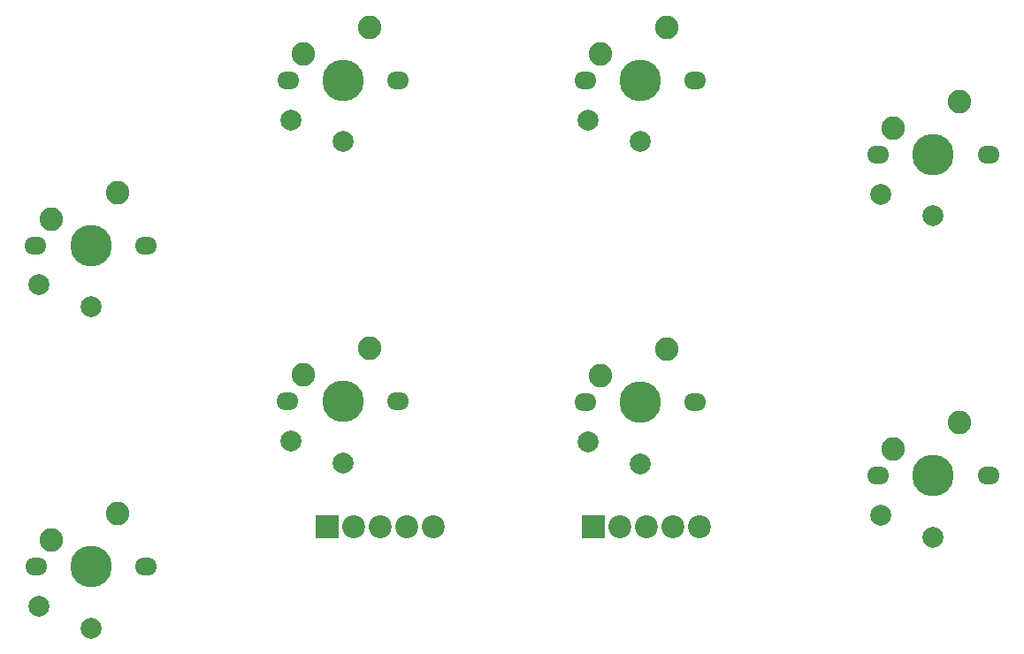
<source format=gts>
G04 #@! TF.GenerationSoftware,KiCad,Pcbnew,6.0.2+dfsg-1*
G04 #@! TF.CreationDate,2022-07-22T15:02:52-04:00*
G04 #@! TF.ProjectId,buttonplate,62757474-6f6e-4706-9c61-74652e6b6963,rev?*
G04 #@! TF.SameCoordinates,Original*
G04 #@! TF.FileFunction,Soldermask,Top*
G04 #@! TF.FilePolarity,Negative*
%FSLAX46Y46*%
G04 Gerber Fmt 4.6, Leading zero omitted, Abs format (unit mm)*
G04 Created by KiCad (PCBNEW 6.0.2+dfsg-1) date 2022-07-22 15:02:52*
%MOMM*%
%LPD*%
G01*
G04 APERTURE LIST*
%ADD10R,2.200000X2.200000*%
%ADD11C,2.200000*%
%ADD12O,2.145000X1.700000*%
%ADD13C,3.987800*%
%ADD14C,2.000000*%
%ADD15C,2.250000*%
G04 APERTURE END LIST*
D10*
G04 #@! TO.C,PT1*
X62484000Y-161163000D03*
D11*
X65024000Y-161163000D03*
X67564000Y-161163000D03*
X70104000Y-161163000D03*
X72644000Y-161163000D03*
G04 #@! TD*
D12*
G04 #@! TO.C,K4*
X45161200Y-164947600D03*
X34594800Y-164947600D03*
D13*
X39878000Y-164947600D03*
D14*
X39878000Y-170847600D03*
D15*
X42418000Y-159867600D03*
X36068000Y-162407600D03*
D14*
X34878000Y-168747600D03*
G04 #@! TD*
D12*
G04 #@! TO.C,P3*
X69291200Y-118364000D03*
X58724800Y-118364000D03*
D13*
X64008000Y-118364000D03*
D14*
X64008000Y-124264000D03*
D15*
X66548000Y-113284000D03*
X60198000Y-115824000D03*
D14*
X59008000Y-122164000D03*
G04 #@! TD*
D12*
G04 #@! TO.C,K1*
X125780800Y-156260800D03*
X115214400Y-156260800D03*
D13*
X120497600Y-156260800D03*
D14*
X120497600Y-162160800D03*
D15*
X123037600Y-151180800D03*
X116687600Y-153720800D03*
D14*
X115497600Y-160060800D03*
G04 #@! TD*
D12*
G04 #@! TO.C,K3*
X69265800Y-149148800D03*
X58699400Y-149148800D03*
D13*
X63982600Y-149148800D03*
D14*
X63982600Y-155048800D03*
D15*
X66522600Y-144068800D03*
X60172600Y-146608800D03*
D14*
X58982600Y-152948800D03*
G04 #@! TD*
D12*
G04 #@! TO.C,P1*
X125806200Y-125476000D03*
X115239800Y-125476000D03*
D13*
X120523000Y-125476000D03*
D14*
X120523000Y-131376000D03*
D15*
X123063000Y-120396000D03*
X116713000Y-122936000D03*
D14*
X115523000Y-129276000D03*
G04 #@! TD*
D12*
G04 #@! TO.C,K2*
X97739200Y-149225000D03*
X87172800Y-149225000D03*
D13*
X92456000Y-149225000D03*
D14*
X92456000Y-155125000D03*
D15*
X94996000Y-144145000D03*
X88646000Y-146685000D03*
D14*
X87456000Y-153025000D03*
G04 #@! TD*
D10*
G04 #@! TO.C,KT1*
X88011000Y-161163000D03*
D11*
X90551000Y-161163000D03*
X93091000Y-161163000D03*
X95631000Y-161163000D03*
X98171000Y-161163000D03*
G04 #@! TD*
D12*
G04 #@! TO.C,P2*
X97739200Y-118364000D03*
X87172800Y-118364000D03*
D13*
X92456000Y-118364000D03*
D14*
X92456000Y-124264000D03*
D15*
X94996000Y-113284000D03*
X88646000Y-115824000D03*
D14*
X87456000Y-122164000D03*
G04 #@! TD*
D12*
G04 #@! TO.C,P4*
X45135800Y-134188200D03*
X34569400Y-134188200D03*
D13*
X39852600Y-134188200D03*
D14*
X39852600Y-140088200D03*
D15*
X42392600Y-129108200D03*
X36042600Y-131648200D03*
D14*
X34852600Y-137988200D03*
G04 #@! TD*
M02*

</source>
